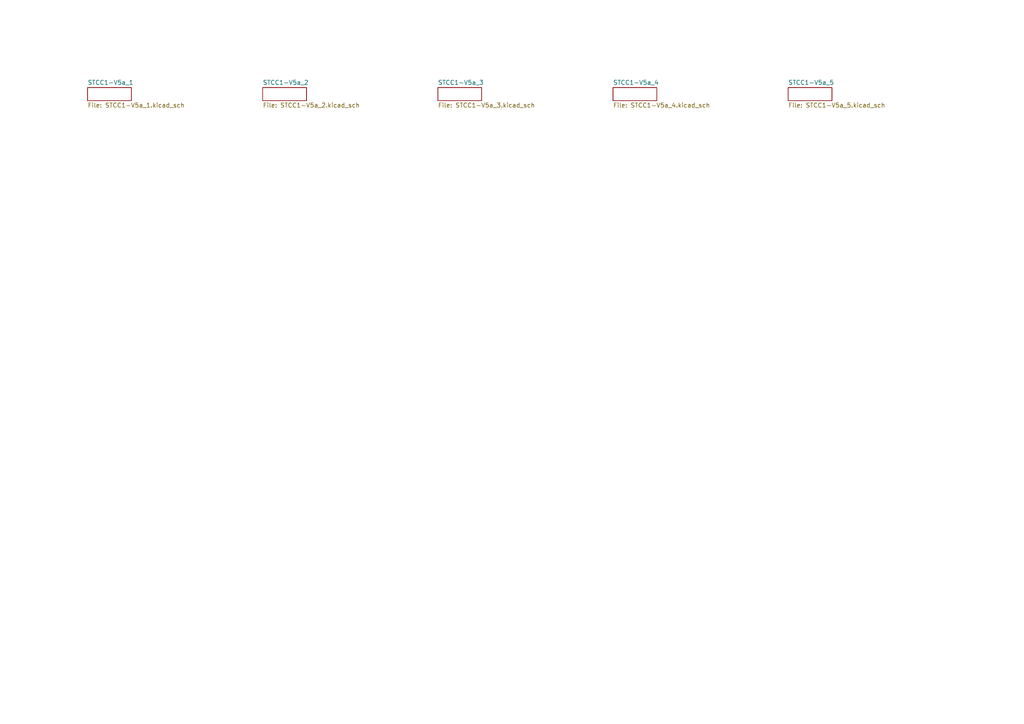
<source format=kicad_sch>
(kicad_sch
	(version 20250114)
	(generator "eeschema")
	(generator_version "9.0")
	(uuid "8dd85fcb-4fb3-4251-afaa-69e7e97af0dd")
	(paper "A4")
	(lib_symbols)
	(sheet
		(at 25.4 25.4)
		(size 12.7 3.81)
		(exclude_from_sim no)
		(in_bom yes)
		(on_board yes)
		(dnp no)
		(fields_autoplaced yes)
		(stroke
			(width 0)
			(type solid)
		)
		(fill
			(color 0 0 0 0.0000)
		)
		(uuid "53245997-0608-4077-a7d4-c22302e7a08d")
		(property "Sheetname" "STCC1-V5a_1"
			(at 25.4 24.6884 0)
			(effects
				(font
					(size 1.27 1.27)
				)
				(justify left bottom)
			)
		)
		(property "Sheetfile" "STCC1-V5a_1.kicad_sch"
			(at 25.4 29.7946 0)
			(effects
				(font
					(size 1.27 1.27)
				)
				(justify left top)
			)
		)
		(instances
			(project "STCC1-V5a"
				(path "/8dd85fcb-4fb3-4251-afaa-69e7e97af0dd"
					(page "1")
				)
			)
		)
	)
	(sheet
		(at 76.2 25.4)
		(size 12.7 3.81)
		(exclude_from_sim no)
		(in_bom yes)
		(on_board yes)
		(dnp no)
		(fields_autoplaced yes)
		(stroke
			(width 0)
			(type solid)
		)
		(fill
			(color 0 0 0 0.0000)
		)
		(uuid "9e5c0ef5-d3b1-4c6b-afb8-e11ac2bcb1d3")
		(property "Sheetname" "STCC1-V5a_2"
			(at 76.2 24.6884 0)
			(effects
				(font
					(size 1.27 1.27)
				)
				(justify left bottom)
			)
		)
		(property "Sheetfile" "STCC1-V5a_2.kicad_sch"
			(at 76.2 29.7946 0)
			(effects
				(font
					(size 1.27 1.27)
				)
				(justify left top)
			)
		)
		(instances
			(project "STCC1-V5a"
				(path "/8dd85fcb-4fb3-4251-afaa-69e7e97af0dd"
					(page "2")
				)
			)
		)
	)
	(sheet
		(at 177.8 25.4)
		(size 12.7 3.81)
		(exclude_from_sim no)
		(in_bom yes)
		(on_board yes)
		(dnp no)
		(fields_autoplaced yes)
		(stroke
			(width 0)
			(type solid)
		)
		(fill
			(color 0 0 0 0.0000)
		)
		(uuid "b73081b1-4ac2-4e9b-b6b2-757325bdc355")
		(property "Sheetname" "STCC1-V5a_4"
			(at 177.8 24.6884 0)
			(effects
				(font
					(size 1.27 1.27)
				)
				(justify left bottom)
			)
		)
		(property "Sheetfile" "STCC1-V5a_4.kicad_sch"
			(at 177.8 29.7946 0)
			(effects
				(font
					(size 1.27 1.27)
				)
				(justify left top)
			)
		)
		(instances
			(project "STCC1-V5a"
				(path "/8dd85fcb-4fb3-4251-afaa-69e7e97af0dd"
					(page "4")
				)
			)
		)
	)
	(sheet
		(at 228.6 25.4)
		(size 12.7 3.81)
		(exclude_from_sim no)
		(in_bom yes)
		(on_board yes)
		(dnp no)
		(fields_autoplaced yes)
		(stroke
			(width 0)
			(type solid)
		)
		(fill
			(color 0 0 0 0.0000)
		)
		(uuid "e3e6f093-eb26-4a9f-a49f-883ddb3bbfcb")
		(property "Sheetname" "STCC1-V5a_5"
			(at 228.6 24.6884 0)
			(effects
				(font
					(size 1.27 1.27)
				)
				(justify left bottom)
			)
		)
		(property "Sheetfile" "STCC1-V5a_5.kicad_sch"
			(at 228.6 29.7946 0)
			(effects
				(font
					(size 1.27 1.27)
				)
				(justify left top)
			)
		)
		(instances
			(project "STCC1-V5a"
				(path "/8dd85fcb-4fb3-4251-afaa-69e7e97af0dd"
					(page "5")
				)
			)
		)
	)
	(sheet
		(at 127 25.4)
		(size 12.7 3.81)
		(exclude_from_sim no)
		(in_bom yes)
		(on_board yes)
		(dnp no)
		(fields_autoplaced yes)
		(stroke
			(width 0)
			(type solid)
		)
		(fill
			(color 0 0 0 0.0000)
		)
		(uuid "f52541f3-f670-45f6-bb24-7cf69d3cf51b")
		(property "Sheetname" "STCC1-V5a_3"
			(at 127 24.6884 0)
			(effects
				(font
					(size 1.27 1.27)
				)
				(justify left bottom)
			)
		)
		(property "Sheetfile" "STCC1-V5a_3.kicad_sch"
			(at 127 29.7946 0)
			(effects
				(font
					(size 1.27 1.27)
				)
				(justify left top)
			)
		)
		(instances
			(project "STCC1-V5a"
				(path "/8dd85fcb-4fb3-4251-afaa-69e7e97af0dd"
					(page "3")
				)
			)
		)
	)
	(sheet_instances
		(path "/"
			(page "1")
		)
	)
	(embedded_fonts no)
)

</source>
